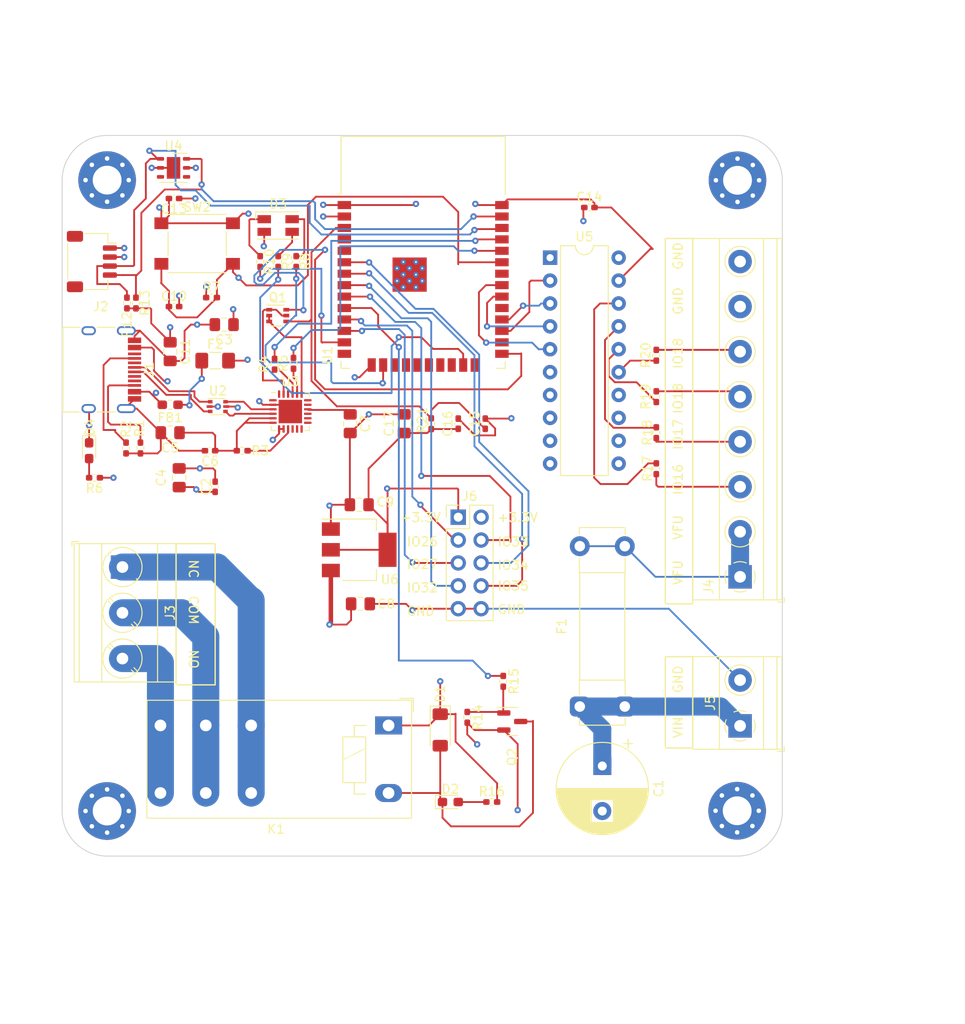
<source format=kicad_pcb>
(kicad_pcb (version 20221018) (generator pcbnew)
  (layers (0 "F.Cu" signal) (1 "In1.Cu" signal) (2 "In2.Cu" signal) (31 "B.Cu" signal) (34 "B.Paste" user) (35 "F.Paste" user) (36 "B.SilkS" user "B.Silkscreen") (37 "F.SilkS" user "F.Silkscreen") (38 "B.Mask" user) (39 "F.Mask" user) (44 "Edge.Cuts" user))
  (net 0 "")
  (net 1 "Net-(J5-Pin_1)")
  (net 2 "GND")
  (net 3 "+5V")
  (net 4 "+3.3VA")
  (net 5 "Net-(U3-VPP)")
  (net 6 "+3.3V")
  (net 7 "/SW")
  (net 8 "/EN")
  (net 9 "Net-(D1-A)")
  (net 10 "Net-(D2-A)")
  (net 11 "Net-(D3-RK)")
  (net 12 "Net-(D3-GK)")
  (net 13 "Net-(D3-BK)")
  (net 14 "Net-(D4-A)")
  (net 15 "Net-(J4-Pin_1)")
  (net 16 "Net-(F2-Pad1)")
  (net 17 "+5VP")
  (net 18 "Net-(J1-CC1)")
  (net 19 "Net-(J1-D+-PadA6)")
  (net 20 "Net-(J1-D--PadA7)")
  (net 22 "Net-(J1-CC2)")
  (net 24 "/SDA")
  (net 25 "/SCL")
  (net 26 "Net-(J3-Pin_1)")
  (net 27 "Net-(J3-Pin_2)")
  (net 28 "Net-(J3-Pin_3)")
  (net 29 "Net-(J4-Pin_3)")
  (net 30 "Net-(J4-Pin_4)")
  (net 31 "Net-(J4-Pin_5)")
  (net 32 "Net-(J4-Pin_6)")
  (net 33 "/GPIO26")
  (net 34 "/GPIO33")
  (net 35 "/GPIO27")
  (net 36 "/GPIO34")
  (net 37 "/GPIO32")
  (net 38 "/GPIO35")
  (net 39 "/DTR")
  (net 40 "/RTS")
  (net 41 "/IO0")
  (net 42 "Net-(Q2-B)")
  (net 43 "Net-(U3-~{RST})")
  (net 44 "Net-(U3-TXD)")
  (net 45 "/RX")
  (net 46 "Net-(U3-RXD)")
  (net 47 "/TX")
  (net 48 "/LED_R")
  (net 49 "/LED_G")
  (net 50 "/LED_B")
  (net 51 "/Relay")
  (net 52 "Net-(U5-B0)")
  (net 53 "Net-(U5-B1)")
  (net 54 "Net-(U5-B2)")
  (net 55 "Net-(U5-B3)")
  (net 67 "/LEDSTRIP1")
  (net 68 "/LEDSTRIP2")
  (net 70 "/LEDSTRIP3")
  (net 71 "/LEDSTRIP4")
  (net 73 "Net-(U3-D+)")
  (net 74 "Net-(U3-D-)")
  (footprint "Resistor_SMD:R_0402_1005Metric_Pad0.72x0.64mm_HandSolder" (layer "F.Cu") (at 90 51 90)
    (fp_text reference "R8")
    (fp_text value "1k")
  )
  (footprint "Resistor_SMD:R_0402_1005Metric_Pad0.72x0.64mm_HandSolder" (layer "F.Cu") (at 80.5975 55)
    (fp_text reference "R7")
    (fp_text value "10k")
  )
  (footprint "Resistor_SMD:R_0402_1005Metric_Pad0.72x0.64mm_HandSolder" (layer "F.Cu") (at 87.6 62.4 90)
    (fp_text reference "R4")
    (fp_text value "22R")
  )
  (footprint "LED_SMD:LED_RGB_Wuerth-PLCC4_3.2x2.8mm_150141M173100" (layer "F.Cu") (at 88 47)
    (fp_text reference "D3")
    (fp_text value "LED_RGBA")
  )
  (footprint "TerminalBlock_Phoenix:TerminalBlock_Phoenix_MKDS-1,5-2-5.08_1x02_P5.08mm_Horizontal" (layer "F.Cu") (at 139.305 102.545 90)
    (fp_text reference "J5")
    (fp_text value "Screw_Terminal_01x02")
  )
  (footprint "Capacitor_SMD:C_0805_2012Metric_Pad1.18x1.45mm_HandSolder" (layer "F.Cu") (at 76 61 -90)
    (fp_text reference "C11")
    (fp_text value "22u")
  )
  (footprint "RF_Module:ESP32-WROOM-32D" (layer "F.Cu") (at 104.1 52.98)
    (fp_text reference "U1")
    (fp_text value "ESP32-WROOM-32D")
  )
  (footprint "Resistor_SMD:R_0402_1005Metric_Pad0.72x0.64mm_HandSolder" (layer "F.Cu") (at 130 70 -90)
    (fp_text reference "R18")
    (fp_text value "22R")
  )
  (footprint "Capacitor_SMD:C_0402_1005Metric_Pad0.74x0.62mm_HandSolder" (layer "F.Cu") (at 76.4325 44 180)
    (fp_text reference "C13")
    (fp_text value "100n")
  )
  (footprint "Capacitor_SMD:C_0805_2012Metric_Pad1.18x1.45mm_HandSolder" (layer "F.Cu") (at 77 75 -90)
    (fp_text reference "C4")
    (fp_text value "22u")
  )
  (footprint "Button_Switch_SMD:SW_Push_1P1T_NO_6x6mm_H9.5mm" (layer "F.Cu") (at 79 49)
    (fp_text reference "SW2")
    (fp_text value "SW_SPST")
  )
  (footprint "Package_DIP:DIP-20_W7.62mm" (layer "F.Cu") (at 118.2 50.575)
    (fp_text reference "U5")
    (fp_text value "74AHCT245")
  )
  (footprint "Capacitor_SMD:C_0402_1005Metric_Pad0.74x0.62mm_HandSolder" (layer "F.Cu") (at 122.5675 45)
    (fp_text reference "C14")
    (fp_text value "100n")
  )
  (footprint "Package_TO_SOT_SMD:SOT-23" (layer "F.Cu") (at 114 102.0625)
    (fp_text reference "Q2")
    (fp_text value "BC817")
  )
  (footprint "Fuse:Fuse_1206_3216Metric_Pad1.42x1.75mm_HandSolder" (layer "F.Cu") (at 81 62)
    (fp_text reference "F2")
    (fp_text value "Polyfuse")
  )
  (footprint "Resistor_SMD:R_0402_1005Metric_Pad0.72x0.64mm_HandSolder" (layer "F.Cu") (at 71.2 55.6 90)
    (fp_text reference "R12")
    (fp_text value "4k7")
  )
  (footprint "MountingHole:MountingHole_3.2mm_M3_Pad_Via" (layer "F.Cu") (at 69 41.96)
    (fp_text reference "H1" hide)
    (fp_text value "Hole_Pad" hide)
  )
  (footprint "LED_SMD:LED_0603_1608Metric_Pad1.05x0.95mm_HandSolder" (layer "F.Cu") (at 67 72 -90)
    (fp_text reference "D4")
    (fp_text value "LED")
  )
  (footprint "Package_DFN_QFN:DFN-6-1EP_3x3mm_P1mm_EP1.5x2.4mm" (layer "F.Cu") (at 76.375 40.6)
    (fp_text reference "U4")
    (fp_text value "Si7021-A20")
  )
  (footprint "Resistor_SMD:R_0402_1005Metric_Pad0.72x0.64mm_HandSolder" (layer "F.Cu") (at 130 74 -90)
    (fp_text reference "R17")
    (fp_text value "22R")
  )
  (footprint "MountingHole:MountingHole_3.2mm_M3_Pad_Via" (layer "F.Cu") (at 139.02 41.98)
    (fp_text reference "H2" hide)
    (fp_text value "Hole_Pad")
  )
  (footprint "Inductor_SMD:L_0603_1608Metric_Pad1.05x0.95mm_HandSolder" (layer "F.Cu") (at 76 66.9 180)
    (fp_text reference "FB1")
    (fp_text value "FerriteBead_Small")
  )
  (footprint "LED_SMD:LED_0603_1608Metric_Pad1.05x0.95mm_HandSolder" (layer "F.Cu") (at 107.125 111)
    (fp_text reference "D2")
    (fp_text value "YELLOW")
  )
  (footprint "Resistor_SMD:R_0402_1005Metric_Pad0.72x0.64mm_HandSolder" (layer "F.Cu") (at 72.2 55.6 90)
    (fp_text reference "R13")
    (fp_text value "4k7")
  )
  (footprint "Capacitor_SMD:C_0402_1005Metric_Pad0.74x0.62mm_HandSolder" (layer "F.Cu") (at 111 69 90)
    (fp_text reference "C15")
    (fp_text value "100n")
  )
  (footprint "Resistor_SMD:R_0402_1005Metric_Pad0.72x0.64mm_HandSolder" (layer "F.Cu") (at 88 51 90)
    (fp_text reference "R9")
    (fp_text value "1k")
  )
  (footprint "Resistor_SMD:R_0402_1005Metric_Pad0.72x0.64mm_HandSolder" (layer "F.Cu") (at 84 72)
    (fp_text reference "R3")
    (fp_text value "10k")
  )
  (footprint "Connector_USB:USB_C_Receptacle_HRO_TYPE-C-31-M-12" (layer "F.Cu") (at 68 63 -90)
    (fp_text reference "J1")
    (fp_text value "USB_C_Receptacle_USB2.0")
  )
  (footprint "Connector_JST:JST_SH_SM04B-SRSS-TB_1x04-1MP_P1.00mm_Horizontal" (layer "F.Cu") (at 67.3 51 -90)
    (fp_text reference "J2")
    (fp_text value "Conn_01x04_Pin")
  )
  (footprint "Resistor_SMD:R_0402_1005Metric_Pad0.72x0.64mm_HandSolder" (layer "F.Cu") (at 89.7 62.3 90)
    (fp_text reference "R5")
    (fp_text value "22R")
  )
  (footprint "Relay_THT:Relay_SPDT_Schrack-RT1-16A-FormC_RM5mm" (layer "F.Cu") (at 100.26 102.5 180)
    (fp_text reference "K1")
    (fp_text value "RT314A05")
  )
  (footprint "Capacitor_SMD:C_0805_2012Metric_Pad1.18x1.45mm_HandSolder" (layer "F.Cu") (at 76 70 180)
    (fp_text reference "C5")
    (fp_text value "22u")
  )
  (footprint "Resistor_SMD:R_0402_1005Metric_Pad0.72x0.64mm_HandSolder" (layer "F.Cu") (at 130 66 90)
    (fp_text reference "R19")
    (fp_text value "22R")
  )
  (footprint "Package_TO_SOT_SMD:SOT-223-3_TabPin2" (layer "F.Cu") (at 97 83)
    (fp_text reference "U6")
    (fp_text value "LM1117MP-3.3")
  )
  (footprint "Resistor_SMD:R_0402_1005Metric_Pad0.72x0.64mm_HandSolder" (layer "F.Cu") (at 113 97.5975 -90)
    (fp_text reference "R15")
    (fp_text value "1k")
  )
  (footprint "Package_DFN_QFN:QFN-24-1EP_4x4mm_P0.5mm_EP2.6x2.6mm" (layer "F.Cu") (at 89.35 67.65)
    (fp_text reference "U3")
    (fp_text value "CP2104")
  )
  (footprint "Diode_SMD:D_MiniMELF" (layer "F.Cu") (at 106 103 -90)
    (fp_text reference "D1")
    (fp_text value "LL4148")
  )
  (footprint "MountingHole:MountingHole_3.2mm_M3_Pad_Via" (layer "F.Cu") (at 138.98 111.97)
    (fp_text reference "H3" hide)
    (fp_text value "Hole_Pad")
  )
  (footprint "MountingHole:MountingHole_3.2mm_M3_Pad_Via" (layer "F.Cu") (at 69 112)
    (fp_text reference "H4" hide)
    (fp_text value "Hole_Pad")
  )
  (footprint "Package_TO_SOT_SMD:SOT-666" (layer "F.Cu") (at 81.3 67.1)
    (fp_text reference "U2")
    (fp_text value "USBLC6-2P6" hide)
  )
  (footprint "Capacitor_SMD:C_0805_2012Metric_Pad1.18x1.45mm_HandSolder" (layer "F.Cu") (at 102 69 90)
    (fp_text reference "C17")
    (fp_text value "22u")
  )
  (footprint "Capacitor_SMD:C_0805_2012Metric_Pad1.18x1.45mm_HandSolder" (layer "F.Cu") (at 96 69 -90)
    (fp_text reference "C7")
    (fp_text value "4u7")
  )
  (footprint "Connector_PinHeader_2.54mm:PinHeader_2x05_P2.54mm_Vertical" (layer "F.Cu") (at 108 79.38)
    (fp_text reference "J6")
    (fp_text value "Conn_02x05_Odd_Even")
  )
  (footprint "Resistor_SMD:R_0402_1005Metric_Pad0.72x0.64mm_HandSolder" (layer "F.Cu") (at 71.1 71.7 -90)
    (fp_text reference "R2")
    (fp_text value "5K1")
  )
  (footprint "Capacitor_SMD:C_0402_1005Metric_Pad0.74x0.62mm_HandSolder" (layer "F.Cu") (at 76.4325 56)
    (fp_text reference "C10")
    (fp_text value "100n")
  )
  (footprint "Capacitor_SMD:C_0805_2012Metric_Pad1.18x1.45mm_HandSolder" (layer "F.Cu") (at 97 78 180)
    (fp_text reference "C9")
    (fp_text value "22u")
  )
  (footprint "Resistor_SMD:R_0402_1005Metric_Pad0.72x0.64mm_HandSolder" (layer "F.Cu") (at 72.7 71.7 -90)
    (fp_text reference "R1")
    (fp_text value "5K1")
  )
  (footprint "Resistor_SMD:R_0402_1005Metric_Pad0.72x0.64mm_HandSolder" (layer "F.Cu") (at 111.7225 111)
    (fp_text reference "R16")
    (fp_text value "1k")
  )
  (footprint "Package_TO_SOT_SMD:SOT-363_SC-70-6" (layer "F.Cu") (at 87.95 57)
    (fp_text reference "Q1")
    (fp_text value "UMH3N")
  )
  (footprint "TerminalBlock_Phoenix:TerminalBlock_Phoenix_MKDS-1,5-8_1x08_P5.00mm_Horizontal" (layer "F.Cu") (at 139.305 86 90)
    (fp_text reference "J4")
    (fp_text value "Screw_Terminal_01x08")
  )
  (footprint "TerminalBlock_Phoenix:TerminalBlock_Phoenix_MKDS-3-3-5.08_1x03_P5.08mm_Horizontal" (layer "F.Cu") (at 70.7 84.915 -90)
    (fp_text reference "J3")
    (fp_text value "Screw_Terminal_01x03")
  )
  (footprint "Resistor_SMD:R_0402_1005Metric_Pad0.72x0.64mm_HandSolder" (layer "F.Cu") (at 130 61.4025 90)
    (fp_text reference "R20")
    (fp_text value "22R")
  )
  (footprint "Capacitor_SMD:C_0402_1005Metric_Pad0.74x0.62mm_HandSolder" (layer "F.Cu") (at 81 76 -90)
    (fp_text reference "C2")
    (fp_text value "100n")
  )
  (footprint "Resistor_SMD:R_0402_1005Metric_Pad0.72x0.64mm_HandSolder" (layer "F.Cu") (at 105 69 90)
    (fp_text reference "R21")
    (fp_text value "10k")
  )
  (footprint "Resistor_SMD:R_0402_1005Metric_Pad0.72x0.64mm_HandSolder" (layer "F.Cu") (at 67.5975 75 180)
    (fp_text reference "R6")
    (fp_text value "1k")
  )
  (footprint "Capacitor_THT:CP_Radial_D10.0mm_P5.00mm" (layer "F.Cu") (at 124 107 -90)
    (fp_text reference "C1")
    (fp_text value "1000u/25v")
  )
  (footprint "Capacitor_SMD:C_0805_2012Metric_Pad1.18x1.45mm_HandSolder" (layer "F.Cu") (at 82 58 180)
    (fp_text reference "C3")
    (fp_text value "4u7" hide)
  )
  (footprint "Capacitor_SMD:C_0402_1005Metric_Pad0.74x0.62mm_HandSolder" (layer "F.Cu") (at 80.4325 72 180)
    (fp_text reference "C6")
    (fp_text value "100n")
  )
  (footprint "Resistor_SMD:R_0402_1005Metric_Pad0.72x0.64mm_HandSolder" (layer "F.Cu") (at 86 51 90)
    (fp_text reference "R10")
    (fp_text value "1k")
  )
  (footprint "Capacitor_SMD:C_0402_1005Metric_Pad0.74x0.62mm_HandSolder" (layer "F.Cu") (at 108 69 90)
    (fp_text reference "C16")
    (fp_text value "100n")
  )
  (footprint "Resistor_SMD:R_0402_1005Metric_Pad0.72x0.64mm_HandSolder" (layer "F.Cu") (at 109 101.5975 -90)
    (fp_text reference "R14")
    (fp_text value "10k")
  )
  (footprint "Capacitor_SMD:C_0805_2012Metric_Pad1.18x1.45mm_HandSolder" (layer "F.Cu") (at 97.1375 89)
    (fp_text reference "C8")
    (fp_text value "22u")
  )
  (footprint "Fuse:Fuseholder_Clip-5x20mm_Bel_FC-203-22_Lateral_P17.80x5.00mm_D1.17mm_Horizontal" (layer "F.Cu") (at 121.5 100.4 90)
    (fp_text reference "F1")
    (fp_text value "10A Fuse")
  )
  (gr_rect (start 131 94.865) (end 134.044 105) (stroke (width 0.15)) (fill none) (layer "F.SilkS"))
  (gr_rect (start 76.66 82.315) (end 81 97.995) (stroke (width 0.15)) (fill none) (layer "F.SilkS"))
  (gr_rect (start 131 48.44) (end 134.044 89) (stroke (width 0.15)) (fill none) (layer "F.SilkS"))
  (gr_line (start 69 117) (end 139 117) (stroke (width 0.1)) (layer "Edge.Cuts"))
  (gr_line (start 139 37) (end 69 37) (stroke (width 0.1)) (layer "Edge.Cuts"))
  (gr_line (start 144 112) (end 144 42) (stroke (width 0.1)) (layer "Edge.Cuts"))
  (gr_arc (start 139 37) (mid 142.535534 38.464466) (end 144 42) (stroke (width 0.1)) (layer "Edge.Cuts"))
  (gr_arc (start 69 117) (mid 65.464466 115.535534) (end 64 112) (stroke (width 0.1)) (layer "Edge.Cuts"))
  (gr_arc (start 144 112) (mid 142.535534 115.535534) (end 139 117) (stroke (width 0.1)) (layer "Edge.Cuts"))
  (gr_line (start 64 42) (end 64 112) (stroke (width 0.1)) (layer "Edge.Cuts"))
  (gr_arc (start 64 42) (mid 65.464466 38.464466) (end 69 37) (stroke (width 0.1)) (layer "Edge.Cuts"))
  (gr_text "VFU" (at 133 87 90) (layer "F.SilkS") (effects (font (size 1 1)) (justify left bottom)))
  (gr_text "+3.3V\n" (at 112.260715 80) (layer "F.SilkS") (effects (font (size 1 1)) (justify left bottom)))
  (gr_text "IO16" (at 133 77 90) (layer "F.SilkS") (effects (font (size 1 1)) (justify left bottom)))
  (gr_text "COM" (at 78 87.995 270) (layer "F.SilkS") (effects (font (size 1 1)) (justify left bottom)))
  (gr_text "IO35" (at 114.1 87.6) (layer "F.SilkS") (effects (font (size 1 1)) (justify bottom)))
  (gr_text "IO32" (at 102.2 87.8) (layer "F.SilkS") (effects (font (size 1 1)) (justify left bottom)))
  (gr_text "GND" (at 133 57 90) (layer "F.SilkS") (effects (font (size 1 1)) (justify left bottom)))
  (gr_text "VIN" (at 133 104 90) (layer "F.SilkS") (effects (font (size 1 1)) (justify left bottom)))
  (gr_text "IO34" (at 114.1 85.3) (layer "F.SilkS") (effects (font (size 1 1)) (justify bottom)))
  (gr_text "IO26\n\n" (at 102.2 84.3) (layer "F.SilkS") (effects (font (size 1 1)) (justify left bottom)))
  (gr_text "GND" (at 133 52 90) (layer "F.SilkS") (effects (font (size 1 1)) (justify left bottom)))
  (gr_text "+3.3V\n" (at 101.47619 80) (layer "F.SilkS") (effects (font (size 1 1)) (justify left bottom)))
  (gr_text "GND" (at 113.909524 90.2) (layer "F.SilkS") (effects (font (size 1 1)) (justify bottom)))
  (gr_text "GND" (at 133 99 90) (layer "F.SilkS") (effects (font (size 1 1)) (justify left bottom)))
  (gr_text "VFU" (at 133 82 90) (layer "F.SilkS") (effects (font (size 1 1)) (justify left bottom)))
  (gr_text "IO18" (at 133 68 90) (layer "F.SilkS") (effects (font (size 1 1)) (justify left bottom)))
  (gr_text "IO17" (at 133 72 90) (layer "F.SilkS") (effects (font (size 1 1)) (justify left bottom)))
  (gr_text "IO33" (at 114.1 82.7) (layer "F.SilkS") (effects (font (size 1 1)) (justify bottom)))
  (gr_text "GND" (at 102.2 90.4) (layer "F.SilkS") (effects (font (size 1 1)) (justify left bottom)))
  (gr_text "IO18" (at 133 63 90) (layer "F.SilkS") (effects (font (size 1 1)) (justify left bottom)))
  (gr_text "NC" (at 78 83.995 -90) (layer "F.SilkS") (effects (font (size 1 1)) (justify left bottom)))
  (gr_text "IO27\n" (at 102.2 85.2) (layer "F.SilkS") (effects (font (size 1 1)) (justify left bottom)))
  (gr_text "NO" (at 78 93.995 270) (layer "F.SilkS") (effects (font (size 1 1)) (justify left bottom)))
  (segment (start 124 102.9) (end 121.5 100.4) (width 2) (layer "B.Cu") (net 1))
  (segment (start 121.5 100.4) (end 126.5 100.4) (width 2) (layer "B.Cu") (net 1))
  (segment (start 137.16 100.4) (end 139.305 102.545) (width 2) (layer "B.Cu") (net 1))
  (segment (start 126.5 100.4) (end 137.16 100.4) (width 2) (layer "B.Cu") (net 1))
  (segment (start 124 107) (end 124 102.9) (width 2) (layer "B.Cu") (net 1))
  (segment (start 95.35 44.73) (end 93.03 44.73) (width 0.2) (layer "F.Cu") (net 2))
  (segment (start 88.6 66.9) (end 87.4125 66.9) (width 0.2) (layer "F.Cu") (net 2))
  (segment (start 122.7 44.1) (end 113.48 44.1) (width 0.2) (layer "F.Cu") (net 2))
  (segment (start 123.135 44.535) (end 122.7 44.1) (width 0.2) (layer "F.Cu") (net 2))
  (segment (start 112.1 70.3) (end 112.1 69.5325) (width 0.2) (layer "F.Cu") (net 2))
  (segment (start 112.1 69.5325) (end 111 68.4325) (width 0.2) (layer "F.Cu") (net 2))
  (segment (start 74.6025 72.2975) (end 71.1 72.2975) (width 0.2) (layer "F.Cu") (net 2))
  (segment (start 71 49.6) (end 70.9 49.5) (width 0.2) (layer "F.Cu") (net 2))
  (segment (start 102 67.9625) (end 98.075 67.9625) (width 0.2) (layer "F.Cu") (net 2))
  (segment (start 74.9625 70) (end 72.2825 67.32) (width 0.2) (layer "F.Cu") (net 2))
  (segment (start 102.9 89.7) (end 102.2 89) (width 0.2) (layer "F.Cu") (net 2))
  (segment (start 123.135 45) (end 123.135 44.535) (width 0.2) (layer "F.Cu") (net 2))
  (segment (start 96.5 63.8505) (end 97.0295 63.8505) (width 0.2) (layer "F.Cu") (net 2))
  (segment (start 97.0295 63.8505) (end 98.39 62.49) (width 0.2) (layer "F.Cu") (net 2))
  (segment (start 72.6425 58.68) (end 71.13 58.68) (width 0.2) (layer "F.Cu") (net 2))
  (segment (start 74.925 40.6) (end 73.9495 40.6) (width 0.2) (layer "F.Cu") (net 2))
  (segment (start 93.85 78.25) (end 93.85 80.7) (width 0.2) (layer "F.Cu") (net 2))
  (segment (start 129.6 49.6) (end 125 45) (width 0.2) (layer "F.Cu") (net 2))
  (segment (start 113.8675 68.4325) (end 113.9 68.4) (width 0.2) (layer "F.Cu") (net 2))
  (segment (start 75.025 45.225) (end 74.8 45) (width 0.2) (layer "F.Cu") (net 2))
  (segment (start 75.865 44) (end 75.865 45.91) (width 0.2) (layer "F.Cu") (net 2))
  (segment (start 77.6 61.7) (end 77.6 58.7) (width 0.2) (layer "F.Cu") (net 2))
  (segment (start 75.025 46.75) (end 82.975 46.75) (width 0.2) (layer "F.Cu") (net 2))
  (segment (start 110.03 44.73) (end 112.85 44.73) (width 0.2) (layer "F.Cu") (net 2))
  (segment (start 80.375 67.1) (end 81.3 67.1) (width 0.2) (layer "F.Cu") (net 2))
  (segment (start 69 49.5) (end 70.9 49.5) (width 0.2) (layer "F.Cu") (net 2))
  (segment (start 81 76.5675) (end 79.1675 76.5675) (width 0.2) (layer "F.Cu") (net 2))
  (segment (start 84.04117 45.68383) (end 82.975 46.75) (width 0.2) (layer "F.Cu") (net 2))
  (segment (start 103.3 44.6) (end 103.17 44.73) (width 0.2) (layer "F.Cu") (net 2))
  (segment (start 86.45 47.7) (end 86.45 49.25) (width 0.2) (layer "F.Cu") (net 2))
  (segment (start 93.7 78.1) (end 93.8 78) (width 0.2) (layer "F.Cu") (net 2))
  (segment (start 77 76.0375) (end 78.6375 76.0375) (width 0.2) (layer "F.Cu") (net 2))
  (segment (start 108 89.54) (end 110.54 89.54) (width 0.2) (layer "F.Cu") (net 2))
  (segment (start 71.13 67.32) (end 71.13 67.165) (width 0.2) (layer "F.Cu") (net 2))
  (segment (start 80.9625 58) (end 79 58) (width 0.2) (layer "F.Cu") (net 2))
  (segment (start 72.045 59.2775) (end 72.6425 58.68) (width 0.2) (layer "F.Cu") (net 2))
  (segment (start 129.335 49.6) (end 129.6 49.6) (width 0.2) (layer "F.Cu") (net 2))
  (segment (start 95.9625 70.075) (end 96 70.0375) (width 0.2) (layer "F.Cu") (net 2))
  (segment (start 95.9625 78) (end 95.9625 70.075) (width 0.2) (layer "F.Cu") (net 2))
  (segment (start 86.45 49.25) (end 86.4 49.3) (width 0.2) (layer "F.Cu") (net 2))
  (segment (start 109 103.5) (end 110.1 104.6) (width 0.2) (layer "F.Cu") (net 2))
  (segment (start 109.8675 70.3) (end 112.1 70.3) (width 0.2) (layer "F.Cu") (net 2))
  (segment (start 75.025 46.75) (end 75.025 45.225) (width 0.2) (layer "F.Cu") (net 2))
  (segment (start 93.8 78) (end 95.9625 78) (width 0.2) (layer "F.Cu") (net 2))
  (segment (start 77.2625 62.0375) (end 77.6 61.7) (width 0.2) (layer "F.Cu") (net 2))
  (segment (start 114.6 104.55) (end 114.6 111.9) (width 0.2) (layer "F.Cu") (net 2))
  (segment (start 74.9625 71.9375) (end 74.6025 72.2975) (width 0.2) (layer "F.Cu") (net 2))
  (segment (start 72.2825 67.32) (end 71.13 67.32) (width 0.2) (layer "F.Cu") (net 2))
  (segment (start 98.075 67.9625) (end 96 70.0375) (width 0.2) (layer "F.Cu") (net 2))
  (segment (start 103.17 44.73) (end 95.35 44.73) (width 0.2) (layer "F.Cu") (net 2))
  (segment (start 72.045 59.75) (end 72.045 59.2775) (width 0.2) (layer "F.Cu") (net 2))
  (segment (start 76 62.0375) (end 77.2625 62.0375) (width 0.2) (layer "F.Cu") (net 2))
  (segment (start 89.35 67.65) (end 88.6 66.9) (width 0.2) (layer "F.Cu") (net 2))
  (segment (start 93.7 78.1) (end 93.85 78.25) (width 0.2) (layer "F.Cu") (net 2))
  (segment (start 77.6 58.7) (end 78.3 58) (width 0.2) (layer "F.Cu") (net 2))
  (segment (start 93.03 44.73) (end 93 44.7) (width 0.2) (layer "F.Cu") (net 2))
  (segment (start 102.9 89.7) (end 103.06 89.54) (width 0.2) (layer "F.Cu") (net 2))
  (segment (start 113.0625 103.0125) (end 114.6 104.55) (width 0.2) (layer "F.Cu") (net 2))
  (segment (start 77 56) (end 77 54.8) (width 0.2) (layer "F.Cu") (net 2))
  (segment (start 109.9 44.6) (end 110.03 44.73) (width 0.2) (layer "F.Cu") (net 2))
  (segment (start 86.3 66.9) (end 85.9 66.5) (width 0.2) (layer "F.Cu") (net 2))
  (segment (start 75.865 45.91) (end 75.025 46.75) (width 0.2) (layer "F.Cu") (net 2))
  (segment (start 84.69461 45.68383) (end 84.04117 45.68383) (width 0.2) (layer "F.Cu") (net 2))
  (segment (start 76 62.0375) (end 72.6425 58.68) (width 0.2) (layer "F.Cu") (net 2))
  (segment (start 108 68.4325) (end 109.8675 70.3) (width 0.2) (layer "F.Cu") (net 2))
  (segment (start 78.6375 76.0375) (end 78.9 76.3) (width 0.2) (layer "F.Cu") (net 2))
  (segment (start 67 67.37) (end 66.95 67.32) (width 0.2) (layer "F.Cu") (net 2))
  (segment (start 74.9625 70) (end 74.9625 71.9375) (width 0.2) (layer "F.Cu") (net 2))
  (segment (start 67 71.125) (end 67 67.37) (width 0.2) (layer "F.Cu") (net 2))
  (segment (start 109.8175 103.0125) (end 109 102.195) (width 0.2) (layer "F.Cu") (net 2))
  (segment (start 113.48 44.1) (end 112.85 44.73) (width 0.2) (layer "F.Cu") (net 2))
  (segment (start 111 68.4325) (end 113.8675 68.4325) (width 0.2) (layer "F.Cu") (net 2))
  (segment (start 103.06 89.54) (end 108 89.54) (width 0.2) (layer "F.Cu") (net 2))
  (segment (start 76.9625 72) (end 74.9625 70) (width 0.2) (layer "F.Cu") (net 2))
  (segment (start 78.3 58) (end 79 58) (width 0.2) (layer "F.Cu") (net 2))
  (segment (start 71.13 67.165) (end 72.045 66.25) (width 0.2) (layer "F.Cu") (net 2))
  (segment (start 74.925 40.6) (end 76.375 40.6) (width 0.2) (layer "F.Cu") (net 2))
  (segment (start 125 45) (end 123.135 45) (width 0.2) (layer "F.Cu") (net 2))
  (segment (start 79.865 72) (end 76.9625 72) (width 0.2) (layer "F.Cu") (net 2))
  (segment (start 79.1675 76.5675) (end 78.9 76.3) (width 0.2) (layer "F.Cu") (net 2))
  (segment (start 102.2 89) (end 98.175 89) (width 0.2) (layer "F.Cu") (net 2))
  (segment (start 109 102.195) (end 109 103.5) (width 0.2) (layer "F.Cu") (net 2))
  (segment (start 87.4125 66.9) (end 86.3 66.9) (width 0.2) (layer "F.Cu") (net 2))
  (segment (start 125.82 53.115) (end 129.335 49.6) (width 0.2) (layer "F.Cu") (net 2))
  (segment (start 113.0625 103.0125) (end 109.8175 103.0125) (width 0.2) (layer "F.Cu") (net 2))
  (via (at 84.69461 45.68383) (size 0.7) (drill 0.3) (layers "F.Cu" "B.Cu") (net 2))
  (via (at 74.8 45) (size 0.7) (drill 0.3) (layers "F.Cu" "B.Cu") (net 2))
  (via (at 93 44.7) (size 0.7) (drill 0.3) (layers "F.Cu" "B.Cu") (net 2))
  (via (at 93.7 78.1) (size 0.7) (drill 0.3) (layers "F.Cu" "B.Cu") (net 2))
  (via (at 85.9 66.5) (size 0.7) (drill 0.3) (layers "F.Cu" "B.Cu") (net 2))
  (via (at 96.5 63.8505) (size 0.7) (drill 0.3) (layers "F.Cu" "B.Cu") (net 2))
  (via (at 110.1 104.6) (size 0.7) (drill 0.3) (layers "F.Cu" "B.Cu") (net 2))
  (via (at 114.6 111.9) (size 0.7) (drill 0.3) (layers "F.Cu" "B.Cu") (net 2))
  (via (at 70.9 49.5) (size 0.7) (drill 0.3) (layers "F.Cu" "B.Cu") (net 2))
  (via (at 73.9495 40.6) (size 0.7) (drill 0.3) (layers "F.Cu" "B.Cu") (net 2))
  (via (at 67 69.2) (size 0.7) (drill 0.3) (layers "F.Cu" "B.Cu") (net 2))
  (via (at 103.3 44.6) (size 0.7) (drill 0.3) (layers "F.Cu" "B.Cu") (net 2))
  (via (at 102.9 89.7) (size 0.7) (drill 0.3) (layers "F.Cu" "B.Cu") (net 2))
  (via (at 81.3 67.1) (size 0.7) (drill 0.3) (layers "F.Cu" "B.Cu") (net 2))
  (via (at 109.9 44.6) (size 0.7) (drill 0.3) (layers "F.Cu" "B.Cu") (net 2))
  (via (at 77 54.8) (size 0.7) (drill 0.3) (layers "F.Cu" "B.Cu") (net 2))
  (via (at 79 58) (size 0.7) (drill 0.3) (layers "F.Cu" "B.Cu") (net 2))
  (via (at 98.075 67.9625) (size 0.7) (drill 0.3) (layers "F.Cu" "B.Cu") (net 2))
  (via (at 78.9 76.3) (size 0.7) (drill 0.3) (layers "F.Cu" "B.Cu") (net 2))
  (via (at 86.4 49.3) (size 0.7) (drill 0.3) (layers "F.Cu" "B.Cu") (net 2))
  (via (at 113.9 68.4) (size 0.7) (drill 0.3) (layers "F.Cu" "B.Cu") (net 2))
  (segment (start 139.305 97.465) (end 131.38 89.54) (width 0.2) (layer "B.Cu") (net 2))
  (segment (start 131.38 89.54) (end 110.54 89.54) (width 0.2) (layer "B.Cu") (net 2))
  (segment (start 84.5 62) (end 82.4875 62) (width 0.2) (layer "F.Cu") (net 3))
  (segment (start 80.7625 73.9625) (end 81 74.2) (width 0.2) (layer "F.Cu") (net 3))
  (segment (start 95.6 91.3) (end 96.1 90.8) (width 0.2) (layer "F.Cu") (net 3))
  (segment (start 77 73.9625) (end 79.3 73.9625) (width 0.2) (layer "F.Cu") (net 3))
  (segment (start 88.6 69.5875) (end 88.1 69.5875) (width 0.2) (layer "F.Cu") (net 3))
  (segment (start 112.32 108.92) (end 107.7 104.3) (width 0.2) (layer "F.Cu") (net 3))
  (segment (start 93.7 91.3) (end 93.85 91.15) (width 0.2) (layer "F.Cu") (net 3))
  (segment (start 107.65 101.25) (end 106 101.25) (width 0.2) (layer "F.Cu") (net 3))
  (segment (start 79.3 73.9625) (end 80.7625 73.9625) (width 0.2) (layer "F.Cu") (net 3))
  (segment (start 83.0375 56.3375) (end 83 56.3) (width 0.2) (layer "F.Cu") (net 3))
  (segment (start 88.1 70.1) (end 87.4 70.8) (width 0.2) (layer "F.Cu") (net 3))
  (segment (start 93.7 91.3) (end 95.6 91.3) (width 0.2) (layer "F.Cu") (net 3))
  (segment (start 121.9 45.1) (end 122 45) (width 0.2) (layer "F.Cu") (net 3))
  (segment (start 82.225 67.1) (end 83.388 67.1) (width 0.2) (layer "F.Cu") (net 3))
  (segment (start 87.4 70.8) (end 87.397927 70.797927) (width 0.2) (layer "F.Cu") (net 3))
  (segment (start 112.32 111) (end 112.32 108.92) (width 0.2) (layer "F.Cu") (net 3))
  (segment (start 96.1 90.8) (end 96.1 89) (width 0.2) (layer "F.Cu") (net 3))
  (segment (start 107.7 101.2) (end 107.65 101.25) (width 0.2) (layer "F.Cu") (net 3))
  (segment (start 83.388 67.1) (end 83.5 67.212) (width 0.2) (layer "F.Cu") (net 3))
  (segment (start 100.26 102.5) (end 104.75 102.5) (width 0.2) (layer "F.Cu") (net 3))
  (segment (start 106 101.25) (end 106 97.6) (width 0.2) (layer "F.Cu") (net 3))
  (segment (start 83.0375 58) (end 83.0375 56.3375) (width 0.2) (layer "F.Cu") (net 3))
  (segment (start 84.6 61.9) (end 84.5 62) (width 0.2) (layer "F.Cu") (net 3))
  (segment (start 104.75 102.5) (end 106 101.25) (width 0.2) (layer "F.Cu") (net 3))
  (segment (start 81 74.2) (end 81 75.4325) (width 0.2) (layer "F.Cu") (net 3))
  (segment (start 107.7 104.3) (end 107.7 101.2) (width 0.2) (layer "F.Cu") (net 3))
  (segment (start 88.1 69.5875) (end 88.1 70.1) (width 0.2) (layer "F.Cu") (net 3))
  (segment (start 93.85 91.15) (end 93.85 85.3) (width 0.5) (layer "F.Cu") (net 3))
  (segment (start 121.9 46.5) (end 121.9 45.1) (width 0.2) (layer "F.Cu") (net 3))
  (via (at 83 56.3) (size 0.7) (drill 0.3) (layers "F.Cu" "B.Cu") (net 3))
  (via (at 93.7 91.3) (size 0.7) (drill 0.3) (layers "F.Cu" "B.Cu") (net 3))
  (via (at 83.5 67.212) (size 0.7) (drill 0.3) (layers "F.Cu" "B.Cu") (net 3))
  (via (at 79.3 73.9625) (size 0.7) (drill 0.3) (layers "F.Cu" "B.Cu") (net 3))
  (via (at 121.9 46.5) (size 0.7) (drill 0.3) (layers "F.Cu" "B.Cu") (net 3))
  (via (at 87.397927 70.797927) (size 0.7) (drill 0.3) (layers "F.Cu" "B.Cu") (net 3))
  (via (at 84.6 61.9) (size 0.7) (drill 0.3) (layers "F.Cu" "B.Cu") (net 3))
  (via (at 106 97.6) (size 0.7) (drill 0.3) (layers "F.Cu" "B.Cu") (net 3))
  (segment (start 81 72) (end 83.4025 72) (width 0.2) (layer "F.Cu") (net 4))
  (segment (start 80.7 70) (end 81 70.3) (width 0.2) (layer "F.Cu") (net 4))
  (segment (start 81 70.3) (end 81 72) (width 0.2) (layer "F.Cu") (net 4))
  (segment (start 87.4125 68.4) (end 84.8 68.4) (width 0.2) (layer "F.Cu") (net 4))
  (segment (start 83.4025 72) (end 83.4025 69.7975) (width 0.2) (layer "F.Cu") (net 4))
  (segment (start 84.8 68.4) (end 84.3 68.9) (width 0.2) (layer "F.Cu") (net 4))
  (segment (start 84.3 68.9) (end 87.4125 68.9) (width 0.2) (layer "F.Cu") (net 4))
  (segment (start 83.4025 69.7975) (end 84.3 68.9) (width 0.2) (layer "F.Cu") (net 4))
  (segment (start 77.0375 70) (end 80.7 70) (width 0.2) (layer "F.Cu") (net 4))
  (segment (start 91.3625 67.475) (end 91.2875 67.4) (width 0.2) (layer "F.Cu") (net 5))
  (segment (start 96 67.9625) (end 95.5125 67.475) (width 0.2) (layer "F.Cu") (net 5))
  (segment (start 95.5125 67.475) (end 91.3625 67.475) (width 0.2) (layer "F.Cu") (net 5))
  (segment (start 98.0375 78) (end 98.0375 74) (width 0.2) (layer "F.Cu") (net 6))
  (segment (start 68.195 75) (end 68.8 75) (width 0.2) (layer "F.Cu") (net 6))
  (segment (start 76 59.9625) (end 76 58.3) (width 0.2) (layer "F.Cu") (net 6))
  (segment (start 73.9 56.3) (end 73.7975 56.1975) (width 0.2) (layer "F.Cu") (net 6))
  (segment (start 104.56 70.0375) (end 105 69.5975) (width 0.2) (layer "F.Cu") (net 6))
  (segment (start 76 59.9625) (end 73.9 57.8625) (width 0.2) (layer "F.Cu") (net 6))
  (segment (start 100.15 76.35) (end 100.1 76.3) (width 0.2) (layer "F.Cu") (net 6))
  (segment (start 69 50.5) (end 70.9 50.5) (width 0.2) (layer "F.Cu") (net 6))
  (segment (start 100.15 83) (end 93.85 83) (width 0.2) (layer "F.Cu") (net 6))
  (segment (start 108 76.3) (end 108 79.38) (width 0.2) (layer "F.Cu") (net 6))
  (segment (start 107.97 69.5975) (end 108 69.5675) (width 0.2) (layer "F.Cu") (net 6))
  (segment (start 100.15 83) (end 100.15 76.35) (width 0.2) (layer "F.Cu") (net 6))
  (segment (start 78.8 44) (end 77 44) (width 0.2) (layer "F.Cu") (net 6))
  (segment (start 72.2 56.1975) (end 71.2 56.1975) (width 0.2) (layer "F.Cu") (net 6))
  (segment (start 102 70.0375) (end 104.56 70.0375) (width 0.2) (layer "F.Cu") (net 6))
  (segment (start 73.7975 56.1975) (end 72.2 56.1975) (width 0.2) (layer "F.Cu") (net 6))
  (segment (start 100.15 80.1125) (end 98.0375 78) (width 0.2) (layer "F.Cu") (net 6))
  (segment (start 100.1 76.2) (end 107.9 76.2) (width 0.2) (layer "F.Cu") (net 6))
  (segment (start 100.15 83) (end 100.15 80.1125) (width 0.2) (layer "F.Cu") (net 6))
  (segment (start 107.9 76.2) (end 108 76.3) (width 0.2) (layer "F.Cu") (net 6))
  (segment (start 68.8 75) (end 69.7 75) (width 0.2) (layer "F.Cu") (net 6))
  (segment (start 77.825 40.6) (end 78.8505 40.6) (width 0.2) (layer "F.Cu") (net 6))
  (segment (start 73.9 57.8625) (end 73.9 56.3) (width 0.2) (layer "F.Cu") (net 6))
  (segment (start 98.0375 74) (end 102 70.0375) (width 0.2) (layer "F.Cu") (net 6))
  (segment (start 80 55) (end 80 53.8) (width 0.2) (layer "F.Cu") (net 6))
  (segment (start 105 69.5975) (end 107.97 69.5975) (width 0.2) (layer "F.Cu") (net 6))
  (segment (start 95.35 46) (end 93 46) (width 0.2) (layer "F.Cu") (net 6))
  (via (at 78.8 44) (size 0.7) (drill 0.3) (layers "F.Cu" "B.Cu") (net 6))
  (via (at 69.7 75) (size 0.7) (drill 0.3) (layers "F.Cu" "B.Cu") (net 6))
  (via (at 100.1 76.2) (size 0.7) (drill 0.3) (layers "F.Cu" "B.Cu") (net 6))
  (via (at 93 46) (size 0.7) (drill 0.3) (layers "F.Cu" "B.Cu") (net 6))
  (via (at 76 58.3) (size 0.7) (drill 0.3) (layers "F.Cu" "B.Cu") (net 6))
  (via (at 70.9 50.5) (size 0.7) (drill 0.3) (layers "F.Cu" "B.Cu") (net 6))
  (via (at 80 53.8) (size 0.7) (drill 0.3) (layers "F.Cu" "B.Cu") (net 6))
  (via (at 78.8505 40.6) (size 0.7) (drill 0.3) (layers "F.Cu" "B.Cu") (net 6))
  (segment (start 91.3 52.519239) (end 90.169239 53.65) (width 0.2) (layer "F.Cu") (net 7))
  (segment (start 78.995 57.2) (end 76.7 57.2) (width 0.2) (layer "F.Cu") (net 7))
  (segment (start 75.865 56.365) (end 75.865 56) (width 0.2) (layer "F.Cu") (net 7))
  (segment (start 75 53.4) (end 75.025 53.375) (width 0.2) (layer "F.Cu") (net 7))
  (segment (start 75.865 54.265) (end 75 53.4) (width 0.2) (layer "F.Cu") (net 7))
  (segment (start 81.195 55) (end 81.195 53.03) (width 0.2) (layer "F.Cu") (net 7))
  (segment (start 112.85 51.08) (end 108.02 51.08) (width 0.2) (layer "F.Cu") (net 7))
  (segment (start 75.025 53.375) (end 75.025 51.25) (width 0.2) (layer "F.Cu") (net 7))
  (segment (start 92.2 43.8) (end 91.3 44.7) (width 0.2) (layer "F.Cu") (net 7))
  (segment (start 75.865 56) (end 75.865 54.265) (width 0.2) (layer "F.Cu") (net 7))
  (segment (start 106.3 43.8) (end 92.2 43.8) (width 0.2) (layer "F.Cu") (net 7))
  (segment (start 81.195 55) (end 78.995 57.2) (width 0.2) (layer "F.Cu") (net 7))
  (segment (start 81.195 53.03) (end 82.975 51.25) (width 0.2) (layer "F.Cu") (net 7))
  (segment (start 76.7 57.2) (end 75.865 56.365) (width 0.2) (layer "F.Cu") (net 7))
  (segment (start 108 51.1) (end 108 45.5) (width 0.2) (layer "F.Cu") (net 7))
  (segment (start 108.02 51.08) (end 108 51.1) (width 0.2) (layer "F.Cu") (net 7))
  (segment (start 84.45 53.65) (end 83.6 52.8) (width 0.2) (layer "F.Cu") (net 7))
  (segment (start 108 51.3) (end 108 51.1) (width 0.2) (layer "F.Cu") (net 7))
  (segment (start 90.169239 53.65) (end 84.45 53.65) (width 0.2) (layer "F.Cu") (net 7))
  (segment (start 108 45.5) (end 106.3 43.8) (width 0.2) (layer "F.Cu") (net 7))
  (segment (start 82.975 52.175) (end 83.6 52.8) (width 0.2) (layer "F.Cu") (net 7))
  (segment (start 91.3 44.7) (end 91.3 52.519239) (width 0.2) (layer "F.Cu") (net 7))
  (segment (start 82.975 51.25) (end 82.975 52.175) (width 0.2) (layer "F.Cu") (net 7))
  (via (at 83.6 52.8) (size 0.7) (drill 0.3) (layers "F.Cu" "B.Cu") (net 7))
  (segment (start 105 68.4025) (end 105 67.5) (width 0.2) (layer "F.Cu") (net 8))
  (segment (start 108.1 66.7) (end 110.9675 69.5675) (width 0.2) (layer "F.Cu") (net 8))
  (segment (start 94.4 47.27) (end 91.7 49.97) (width 0.2) (layer "F.Cu") (net 8))
  (segment (start 91.7 57.4) (end 91.45 57.65) (width 0.2) (layer "F.Cu") (net 8))
  (segment (start 95.35 47.27) (end 94.4 47.27) (width 0.2) (layer "F.Cu") (net 8))
  (segment (start 91.7 49.97) (end 91.7 57.4) (width 0.2) (layer "F.Cu") (net 8))
  (segment (start 110.9675 69.5675) (end 111 69.5675) (width 0.2) (layer "F.Cu") (net 8))
  (segment (start 91.45 57.65) (end 88.9 57.65) (width 0.2) (layer "F.Cu") (net 8))
  (segment (start 105.8 66.7) (end 108.1 66.7) (width 0.2) (layer "F.Cu") (net 8))
  (segment (start 91.7 57.4) (end 91.7 64.2513) (width 0.2) (layer "F.Cu") (net 8))
  (segment (start 103.6725 67.075) (end 105 68.4025) (width 0.2) (layer "F.Cu") (net 8))
  (segment (start 94.5237 67.075) (end 103.6725 67.075) (width 0.2) (layer "F.Cu") (net 8))
  (segment (start 105 67.5) (end 105.8 66.7) (width 0.2) (layer "F.Cu") (net 8))
  (segment (start 91.7 64.2513) (end 94.5237 67.075) (width 0.2) (layer "F.Cu") (net 8))
  (segment (start 116.3 112.2) (end 116.3 102) (width 0.2) (layer "F.Cu") (net 9))
  (segment (start 116.3 102) (end 116.2375 102.0625) (width 0.2) (layer "F.Cu") (net 9))
  (segment (start 106 110.75) (end 106.25 111) (width 0.2) (layer "F.Cu") (net 9))
  (segment (start 106 104.75) (end 105.51 104.75) (width 0.2) (layer "F.Cu") (net 9))
  (segment (start 106 110) (end 106 110.75) (width 0.2) (layer "F.Cu") (net 9))
  (segment (start 107.2 113.7) (end 114.8 113.7) (width 0.2) (layer "F.Cu") (net 9))
  (segment (start 116.2375 102.0625) (end 114.9375 102.0625) (width 0.2) (layer "F.Cu") (net 9))
  (segment (start 100.26 110) (end 106 110) (width 0.2) (layer "F.Cu") (net 9))
  (segment (start 106.25 111) (end 106.25 112.75) (width 0.2) (layer "F.Cu") (net 9))
  (segment (start 106.25 112.75) (end 107.2 113.7) (width 0.2) (layer "F.Cu") (net 9))
  (segment (start 106 104.75) (end 106 110) (width 0.2) (layer "F.Cu") (net 9))
  (segment (start 114.8 113.7) (end 116.3 112.2) (width 0.2) (layer "F.Cu") (net 9))
  (segment (start 108 111) (end 111.125 111) (width 0.2) (layer "F.Cu") (net 10))
  (segment (start 89.55 46.3) (end 90.9 46.3) (width 0.2) (layer "F.Cu") (net 11))
  (segment (start 90.9 50) (end 90.4975 50.4025) (width 0.2) (layer "F.Cu") (net 11))
  (segment (start 90.4975 50.4025) (end 90 50.4025) (width 0.2) (layer "F.Cu") (net 11))
  (segment (start 90.9 46.3) (end 90.9 50) (width 0.2) (layer "F.Cu") (net 11))
  (segment (start 89.55 48.8525) (end 88 50.4025) (width 0.2) (layer "F.Cu") (net 12))
  (segment (start 89.55 47.7) (end 89.55 48.8525) (width 0.2) (layer "F.Cu") (net 12))
  (segment (start 84.9 46.3) (end 86.45 46.3) (width 0.2) (layer "F.Cu") (net 13))
  (segment (start 84.8 46.4) (end 84.9 46.3) (width 0.2) (layer "F.Cu") (net 13))
  (segment (start 86 50.4025) (end 84.8 49.2025) (width 0.2) (layer "F.Cu") (net 13))
  (segment (start 84.8 49.2025) (end 84.8 46.4) (width 0.2) (layer "F.Cu") (net 13))
  (segment (start 67 72.875) (end 67 75) (width 0.2) (layer "F.Cu") (net 14))
  (segment (start 121.5 82.6) (end 126.5 82.6) (width 0.2) (layer "B.Cu") (net 15))
  (segment (start 139.305 86) (end 139.305 81) (width 2) (layer "B.Cu") (net 15))
  (segment (start 129.9 86) (end 139.305 86) (width 0.2) (layer "B.Cu") (net 15))
  (segment (start 126.5 82.6) (end 129.9 86) (width 0.2) (layer "B.Cu") (net 15))
  (segment (start 78.081468 66.9) (end 78.140734 66.959266) (width 0.2) (layer "F.Cu") (net 16))
  (segment (start 79.6 64.1) (end 79.5125 64.0125) (width 0.2) (layer "F.Cu") (net 16))
  (segment (start 79.5125 62) (end 79.5125 64.0125) (width 0.2) (layer "F.Cu") (net 16))
  (segment (start 76.875 66.9) (end 78.081468 66.9) (width 0.2) (layer "F.Cu") (net 16))
  (via (at 78.140734 66.959266) (size 0.7) (drill 0.3) (layers "F.Cu" "B.Cu") (net 16))
  (via (at 79.5125 64.0125) (size 0.7) (drill 0.3) (layers "F.Cu" "B.Cu") (net 16))
  (segment (start 78.140734 65.384266) (end 79.5125 64.0125) (width 0.2) (layer "B.Cu") (net 16))
  (segment (start 78.140734 66.959266) (end 78.140734 65.384266) (width 0.2) (layer "B.Cu") (net 16))
  (segment (start 74.0625 65.8375) (end 75.125 66.9) (width 0.2) (layer "F.Cu") (net 17))
  (segment (start 75 63.934314) (end 75.35642 64.290734) (width 0.2) (layer "F.Cu") (net 17))
  (segment (start 74.198407 63.132721) (end 75 63.934314) (width 0.2) (layer "F.Cu") (net 17))
  (segment (start 73.675 65.45) (end 74.0625 65.8375) (width 0.2) (layer "F.Cu") (net 17))
  (segment (start 72.045 65.45) (end 73.675 65.45) (width 0.2) (layer "F.Cu") (net 17))
  (segment (start 75.35642 64.290734) (end 75.709266 64.290734) (width 0.2) (layer "F.Cu") (net 17))
  (segment (start 74.325734 65.574266) (end 74.0625 65.8375) (width 0.2) (layer "F.Cu") (net 17))
  (segment (start 74.425734 65.574266) (end 74.325734 65.574266) (width 0.2) (layer "F.Cu") (net 17))
  (segment (start 72.045 60.55) (end 73.946814 60.55) (width 0.2) (layer "F.Cu") (net 17))
  (segment (start 73.946814 60.55) (end 74.198407 60.801593) (width 0.2) (layer "F.Cu") (net 17))
  (segment (start 74.198407 60.801593) (end 74.198407 63.132721) (width 0.2) (layer "F.Cu") (net 17))
  (via (at 74.425734 65.574266) (size 0.7) (drill 0.3) (layers "F.Cu" "B.Cu") (net 17))
  (via (at 75.709266 64.290734) (size 0.7) (drill 0.3) (layers "F.Cu" "B.Cu") (net 17))
  (segment (start 68.6 62.5) (end 69.35 61.75) (width 0.2) (layer "F.Cu") (net 18))
  (segment (start 69.9 69.7) (end 68.6 69.7) (width 0.2) (layer "F.Cu") (net 18))
  (segment (start 69.35 61.75) (end 72.045 61.75) (width 0.2) (layer "F.Cu") (net 18))
  (segment (start 68.6 69.7) (end 68.6 62.5) (width 0.2) (layer "F.Cu") (net 18))
  (segment (start 69.9 69.9025) (end 69.9 69.7) (width 0.2) (layer "F.Cu") (net 18))
  (segment (start 71.1 71.1025) (end 69.9 69.9025) (width 0.2) (layer "F.Cu") (net 18))
  (segment (start 72.045 62.75) (end 73.25 62.75) (width 0.2) (layer "F.Cu") (net 19))
  (segment (start 73.25 62.75) (end 75.9 65.4) (width 0.2) (layer "F.Cu") (net 19))
  (segment (start 78.7 66) (end 79.2625 66.5625) (width 0.2) (layer "F.Cu") (net 19))
  (segment (start 79.2625 66.5625) (end 80.45 66.5625) (width 0.2) (layer "F.Cu") (net 19))
  (segment (start 78.7 65.4) (end 78.7 66) (width 0.2) (layer "F.Cu") (net 19))
  (segment (start 75.9 65.4) (end 78.7 65.4) (width 0.2) (layer "F.Cu") (net 19))
  (segment (start 72.045 63.25) (end 73.02 63.25) (width 0.2) (layer "F.Cu") (net 20))
  (segment (start 78.3 65.8) (end 78.3 66.2) (width 0.2) (layer "F.Cu") (net 20))
  (segment (start 73.02 63.25) (end 75.57 65.8) (width 0.2) (layer "F.Cu") (net 20))
  (segment (start 78.3 66.2) (end 79.7375 67.6375) (width 0.2) (layer "F.Cu") (net 20))
  (segment (start 79.7375 67.6375) (end 80.45 67.6375) (width 0.2) (layer "F.Cu") (net 20))
  (segment (start 75.57 65.8) (end 78.3 65.8) (width 0.2) (layer "F.Cu") (net 20))
  (segment (start 69.1 68.8) (end 69.1 64.9) (width 0.2) (layer "F.Cu") (net 22))
  (segment (start 69.4 69.1) (end 69.1 68.8) (width 0.2) (layer "F.Cu") (net 22))
  (segment (start 72.7 71.1025) (end 72.7 69.3) (width 0.2) (layer "F.Cu") (net 22))
  (segment (start 72.7 69.3) (end 72.5 69.1) (width 0.2) (layer "F.Cu") (net 22))
  (segment (start 72.5 69.1) (end 69.4 69.1) (width 0.2) (layer "F.Cu") (net 22))
  (segment (start 69.25 64.75) (end 72.045 64.75) (width 0.2) (layer "F.Cu") (net 22))
  (segment (start 69.1 64.9) (end 69.25 64.75) (width 0.2) (layer "F.Cu") (net 22))
  (segment (start 73.3 44) (end 73.3 40.1) (width 0.2) (layer "F.Cu") (net 24))
  (segment (start 69 51.5) (end 71.9 51.5) (width 0.2) (layer "F.Cu") (net 24))
  (segment (start 67.9 51.5) (end 67.9 53.5) (width 0.2) (layer "F.Cu") (net 24))
  (segment (start 109.9 47.4) (end 112.72 47.4) (width 0.2) (layer "F.Cu") (net 24))
  (segment (start 74.6 39.6) (end 73.7 38.7) (width 0.2) (layer "F.Cu") (net 24))
  (segment (start 71.9 51.5) (end 72 51.4) (width 0.2) (layer "F.Cu") (net 24))
  (segment (start 72 51.4) (end 72 45.3) (width 0.2) (layer "F.Cu") (net 24))
  (segment (start 109.8 47.5) (end 109.9 47.4) (width 0.2) (layer "F.Cu") (net 24))
  (segment (start 112.72 47.4) (end 112.85 47.27) (width 0.2) (layer "F.Cu") (net 24))
  (segment (start 67.9 53.5) (end 70.4 53.5) (width 0.2) (layer "F.Cu") (net 24))
  (segment (start 72 45.3) (end 73.3 44) (width 0.2) (layer "F.Cu") (net 24))
  (segment (start 69.3 51.5) (end 67.9 51.5) (width 0.2) (layer "F.Cu") (net 24))
  (segment (start 70.4 53.5) (end 71.2 54.3) (width 0.2) (layer "F.Cu") (net 24))
  (segment (start 71.2 54.3) (end 71.2 55.0025) (width 0.2) (layer "F.Cu") (net 24))
  (segment (start 74.925 39.6) (end 74.6 39.6) (width 0.2) (layer "F.Cu") (net 24))
  (segment (start 73.3 40.1) (end 73.8 39.6) (width 0.2) (layer "F.Cu") (net 24))
  (segment (start 73.8 39.6) (end 74.925 39.6) (width 0.2) (layer "F.Cu") (net 24))
  (via (at 73.7 38.7) (size 0.7) (drill 0.3) (layers "F.Cu" "B.Cu") (net 24))
  (via (at 109.8 47.5) (size 0.7) (drill 0.3) (layers "F.Cu" "B.Cu") (net 24))
  (segment (start 79.45 43.75) (end 79.45 43.730761) (width 0.2) (layer "B.Cu") (net 24))
  (segment (start 109.3 48) (end 92.8 48) (width 0.2) (layer "B.Cu") (net 24))
  (segment (start 78.819239 43.1) (end 77.2 43.1) (width 0.2) (layer "B.Cu") (net 24))
  (segment (start 77.2 43.1) (end 76.6 42.5) (width 0.2) (layer "B.Cu") (net 24))
  (segment (start 76.6 38.7) (end 73.7 38.7) (width 0.2) (layer "B.Cu") (net 24))
  (segment (start 92.8 48) (end 91.5 46.7) (width 0.2) (layer "B.Cu") (net 24))
  (segment (start 109.8 47.5) (end 109.3 48) (width 0.2) (layer "B.Cu") (net 24))
  (segment (start 91.5 46.7) (end 91.5 44.8) (width 0.2) (layer "B.Cu") (net 24))
  (segment (start 79.45 43.730761) (end 78.819239 43.1) (width 0.2) (layer "B.Cu") (net 24))
  (segment (start 80.5 44.8) (end 79.45 43.75) (width 0.2) (layer "B.Cu") (net 24))
  (segment (start 91.5 44.8) (end 80.5 44.8) (width 0.2) (layer "B.Cu") (net 24))
  (segment (start 76.6 42.5) (end 76.6 38.7) (width 0.2) (layer "B.Cu") (net 24))
  (segment (start 72.8 52) (end 72.8 45.6) (width 0.2) (layer "F.Cu") (net 25))
  (segment (start 79.5 43) (end 79.5 42.458018) (width 0.2) (layer "F.Cu") (net 25))
  (segment (start 79.4 39.6) (end 77.825 39.6) (width 0.2) (layer "F.Cu") (net 25))
  (segment (start 72.3 52.5) (end 72.8 52) (width 0.2) (layer "F.Cu") (net 25))
  (segment (start 70.8 52.5) (end 72.3 52.5) (width 0.2) (layer "F.Cu") (net 25))
  (segment (start 79.5 42.458018) (end 79.492482 42.4505) (width 0.2) (layer "F.Cu") (net 25))
  (segment (start 79.5 39.7) (end 79.4 39.6) (width 0.2) (layer "F.Cu") (net 25))
  (segment (start 72.2 52.6) (end 72.3 52.5) (width 0.2) (layer "F.Cu") (net 25))
  (segment (start 72.2 55.0025) (end 72.2 52.6) (width 0.2) (layer "F.Cu") (net 25))
  (segment (start 109.7 46) (end 112.85 46) (width 0.2) (layer "F.Cu") (net 25))
  (segment (start 79.5 43) (end 79.5 39.7) (width 0.2) (layer "F.Cu") (net 25))
  (segment (start 69 52.5) (end 70.8 52.5) (width 0.2) (layer "F.Cu") (net 25))
  (segment (start 72.8 45.6) (end 75.4 43) (width 0.2) (layer "F.Cu") (net 25))
  (segment (start 75.4 43) (end 79.5 43) (width 0.2) (layer "F.Cu") (net 25))
  (via (at 79.492482 42.4505) (size 0.7) (drill 0.3) (layers "F.Cu" "B.Cu") (net 25))
  (via (at 109.7 46) (size 0.7) (drill 0.3) (layers "F.Cu" "B.Cu") (net 25))
  (segment (start 91.9 44.3) (end 92.1 44.5) (width 0.2) (layer "B.Cu") (net 25))
  (segment (start 92.1 44.5) (end 92.1 46.3) (width 0.2) (layer "B.Cu") (net 25))
  (segment (start 92.1 46.3) (end 93.2 47.4) (width 0.2) (layer "B.Cu") (net 25))
  (segment (start 79.492482 42.963904) (end 80.828578 44.3) (width 0.2) (layer "B.Cu") (net 25))
  (segment (start 79.492482 42.4505) (end 79.492482 42.963904) (width 0.2) (layer "B.Cu") (net 25))
  (segment (start 80.828578 44.3) (end 91.9 44.3) (width 0.2) (layer "B.Cu") (net 25))
  (segment (start 93.2 47.4) (end 108.3 47.4) (width 0.2) (layer "B.Cu") (net 25))
  (segment (start 108.3 47.4) (end 109.7 46) (width 0.2) (layer "B.Cu") (net 25))
  (segment (start 84.9 88.5) (end 85 88.6) (width 0.2) (layer "B.Cu") (net 26))
  (segment (start 85 88.6) (end 85 102.5) (width 3) (layer "B.Cu") (net 26))
  (segment (start 85 110) (end 85 102.5) (width 3) (layer "B.Cu") (net 26))
  (segment (start 70.7 84.915) (end 81.185 84.915) (width 3) (layer "B.Cu") (net 26))
  (segment (start 81.2 84.9) (end 84.8 88.5) (width 3) (layer "B.Cu") (net 26))
  (segment (start 84.8 88.5) (end 84.9 88.5) (width 0.2) (layer "B.Cu") (net 26))
  (segment (start 81.185 84.915) (end 81.2 84.9) (width 0.2) (layer "B.Cu") (net 26))
  (segment (start 79.96 92.66) (end 77.295 89.995) (width 3) (layer "B.Cu") (net 27))
  (segment (start 79.96 110) (end 79.96 102.5) (width 3) (layer "B.Cu") (net 27))
  (segment (start 77.295 89.995) (end 70.7 89.995) (width 3) (layer "B.Cu") (net 27))
  (segment (start 79.96 102.5) (end 79.96 92.66) (width 3) (layer "B.Cu") (net 27))
  (segment (start 74.92 95.52) (end 74.92 102.5) (width 3) (layer "B.Cu") (net 28))
  (segment (start 70.7 95.075) (end 74.475 95.075) (width 3) (layer "B.Cu") (net 28))
  (segment (start 74.92 102.5) (end 74.92 110) (width 3) (layer "B.Cu") (net 28))
  (segment (start 74.475 95.075) (end 74.92 95.52) (width 0.2) (layer "B.Cu") (net 28))
  (segment (start 130 75.8) (end 130.2 76) (width 0.2) (layer "F.Cu") (net 29))
  (segment (start 130 74.5975) (end 130 75.8) (width 0.2) (layer "F.Cu") (net 29))
  (segment (start 130.2 76) (end 139.305 76) (width 0.2) (layer "F.Cu") (net 29))
  (segment (start 130 71) (end 139.305 71) (width 0.2) (layer "F.Cu") (net 30))
  (segment (start 130 70.5975) (end 130 71) (width 0.2) (layer "F.Cu") (net 30))
  (segment (start 138.7075 65.4025) (end 139.305 66) (width 0.2) (layer "F.Cu") (net 31))
  (segment (start 130 65.4025) (end 138.7075 65.4025) (width 0.2) (layer "F.Cu") (net 31))
  (segment (start 130 60.805) (end 139.11 60.805) (width 0.2) (layer "F.Cu") (net 32))
  (segment (start 139.11 60.805) (end 139.305 61) (width 0.2) (layer "F.Cu") (net 32))
  (segment (start 97.03 57.43) (end 95.35 57.43) (width 0.2) (layer "F.Cu") (net 33))
  (segment (start 103.7 78) (end 103.8 78) (width 0.2) (layer "F.Cu") (net 33))
  (segment (start 108 81.92) (end 107.62 81.92) (width 0.2) (layer "F.Cu") (net 33))
  (segment (start 107.62 81.92) (end 103.7 78) (width 0.2) (layer "F.Cu") (net 33))
  (segment (start 97.2 57.6) (end 97.03 57.43) (width 0.2) (layer "F.Cu") (net 33))
  (via (at 97.2 57.6) (size 0.7) (drill 0.3) (layers "F.Cu" "B.Cu") (net 33))
  (via (at 103.8 78) (size 0.7) (drill 0.3) (layers "F.Cu" "B.Cu") (net 33))
  (segment (start 102.9 58.7) (end 102.9 77.1) (width 0.2) (layer "B.Cu") (net 33))
  (segment (start 102.3 58.1) (end 102.9 58.7) (width 0.2) (layer "B.Cu") (net 33))
  (segment (start 97.2 57.6) (end 97.319239 57.719239) (width 0.2) (layer "B.Cu") (net 33))
  (segment (start 97.319239 57.8) (end 97.619239 58.1) (width 0.2) (layer "B.Cu") (net 33))
  (segment (start 97.319239 57.719239) (end 97.319239 57.8) (width 0.2) (layer "B.Cu") (net 33))
  (segment (start 97.619239 58.1) (end 102.3 58.1) (width 0.2) (layer "B.Cu") (net 33))
  (segment (start 102.9 77.1) (end 103.8 78) (width 0.2) (layer "B.Cu") (net 33))
  (segment (start 95.35 54.89) (end 98.19 54.89) (width 0.2) (layer "F.Cu") (net 34))
  (segment (start 103.9 74.8) (end 111.5 74.8) (width 0.2) (layer "F.Cu") (net 34))
  (segment (start 113.62 81.92) (end 110.54 81.92) (width 0.2) (layer "F.Cu") (net 34))
  (segment (start 113.8 77.1) (end 113.8 82.1) (width 0.2) (layer "F.Cu") (net 34))
  (segment (start 111.5 74.8) (end 113.8 77.1) (width 0.2) (layer "F.Cu") (net 34))
  (segment (start 113.8 82.1) (end 113.62 81.92) (width 0.2) (layer "F.Cu") (net 34))
  (segment (start 98.19 54.89) (end 98.2 54.9) (width 0.2) (layer "F.Cu") (net 34))
  (via (at 103.9 74.8) (size 0.7) (drill 0.3) (layers "F.Cu" "B.Cu") (net 34))
  (via (at 98.2 54.9) (size 0.7) (drill 0.3) (layers "F.Cu" "B.Cu") (net 34))
  (segment (start 98.2 54.9) (end 101 57.7) (width 0.2) (layer "B.Cu") (net 34))
  (segment (start 103.9 58.4) (end 103.9 74.8) (width 0.2) (layer "B.Cu") (net 34))
  (segment (start 101 57.7) (end 103.2 57.7) (width 0.2) (layer "B.Cu") (net 34))
  (segment (start 103.2 57.7) (end 103.9 58.4) (width 0.2) (layer "B.Cu") (net 34))
  (segment (start 97.3 58.7) (end 95.35 58.7) (width 0.2) (layer "F.Cu") (net 35))
  (segment (start 102.96 84.46) (end 102.9 84.4) (width 0.2) (layer "F.Cu") (net 35))
  (segment (start 108 84.46) (end 102.96 84.46) (width 0.2) (layer "F.Cu") (net 35))
  (via (at 97.3 58.7) (size 0.7) (drill 0.3) (layers "F.Cu" "B.Cu") (net 35))
  (via (at 102.9 84.4) (size 0.7) (drill 0.3) (layers "F.Cu" "B.Cu") (net 35))
  (segment (start 97.3 58.7) (end 97.5 58.5) (width 0.2) (layer "B.Cu") (net 35))
  (segment (start 102.05 83.55) (end 102.9 84.4) (width 0.2) (layer "B.Cu") (net 35))
  (segment (start 101.419239 58.5) (end 102.05 59.130761) (width 0.2) (layer "B.Cu") (net 35))
  (segment (start 97.5 58.5) (end 101.419239 58.5) (width 0.2) (layer "B.Cu") (net 35))
  (segment (start 102.05 59.130761) (end 102.05 83.55) (width 0.2) (layer "B.Cu") (net 35))
  (segment (start 95.35 51.08) (end 98.08 51.08) (width 0.2) (layer "F.Cu") (net 36))
  (segment (start 98.08 51.08) (end 98.1 51.1) (width 0.2) (layer "F.Cu") (net 36))
  (via (at 98.1 51.1) (size 0.7) (drill 0.3) (layers "F.Cu" "B.Cu") (net 36))
  (segment (start 103.25 56.25) (end 105.25 56.25) (width 0.2) (layer "B.Cu") (net 36))
  (segment (start 110.33 71.03) (end 115.8 76.5) (width 0.2) (layer "B.Cu") (net 36))
  (segment (start 113.84 84.46) (end 110.54 84.46) (width 0.2) (layer "B.Cu") (net 36))
  (segment (start 98.1 51.1) (end 103.25 56.25) (width 0.2) (layer "B.Cu") (net 36))
  (segment (start 110.33 61.33) (end 110.33 71.03) (width 0.2) (layer "B.Cu") (net 36))
  (segment (start 115.8 76.5) (end 115.8 82.5) (width 0.2) (layer "B.Cu") (net 36))
  (segment (start 115.8 82.5) (end 113.84 84.46) (width 0.2) (layer "B.Cu") (net 36))
  (segment (start 105.25 56.25) (end 110.33 61.33) (width 0.2) (layer "B.Cu") (net 36))
  (segment (start 98.02 53.62) (end 95.35 53.62) (width 0.2) (layer "F.Cu") (net 37))
  (segment (start 98.1 53.7) (end 98.02 53.62) (width 0.2) (layer "F.Cu") (net 37))
  (via (at 98.1 53.7) (size 0.7) (drill 0.3) (layers "F.Cu" "B.Cu") (net 37))
  (segment (start 101.7 57.3) (end 98.1 53.7) (width 0.2) (layer "B.Cu") (net 37))
  (segment (start 105.5 87) (end 105 86.5) (width 0.2) (layer "B.Cu") (net 37))
  (segment (start 108 87) (end 105.5 87) (width 0.2) (layer "B.Cu") (net 37))
  (segment (start 105 86.5) (end 105 57.7) (width 0.2) (layer "B.Cu") (net 37))
  (segment (start 104.6 57.3) (end 101.7 57.3) (width 0.2) (layer "B.Cu") (net 37))
  (segment (start 105 57.7) (end 104.6 57.3) (width 0.2) (layer "B.Cu") (net 37))
  (segment (start 115.1 81.8) (end 115.1 86.4) (width 0.2) (layer "F.Cu") (net 38))
  (segment (start 95.35 52.35) (end 98.05 52.35) (width 0.2) (layer "F.Cu") (net 38))
  (segment (start 98.05 52.35) (end 98.1 52.3) (width 0.2) (layer "F.Cu") (net 38))
  (segment (start 115.1 86.4) (end 114.5 87) (width 0.2) (layer "F.Cu") (net 38))
  (segment (start 114.5 87) (end 110.54 87) (width 0.2) (layer "F.Cu") (net 38))
  (via (at 98.1 52.3) (size 0.7) (drill 0.3) (layers "F.Cu" "B.Cu") (net 38))
  (via (at 115.1 81.8) (size 0.7) (drill 0.3) (layers "F.Cu" "B.Cu") (net 38))
  (segment (start 98.1 52.3) (end 102.5 56.7) (width 0.2) (layer "B.Cu") (net 38))
  (segment (start 105.1 56.7) (end 109.8 61.4) (width 0.2) (layer "B.Cu") (net 38))
  (segment (start 109.8 61.4) (end 109.8 71.5) (width 0.2) (layer "B.Cu") (net 38))
  (segment (start 102.5 56.7) (end 105.1 56.7) (width 0.2) (layer "B.Cu") (net 38))
  (segment (start 109.8 71.5) (end 115.1 76.8) (width 0.2) (layer "B.Cu") (net 38))
  (segment (start 115.1 76.8) (end 115.1 81.8) (width 0.2) (layer "B.Cu") (net 38))
  (segment (start 87 56.35) (end 86.475 56.35) (width 0.2) (layer "F.Cu") (net 39))
  (segment (start 88.425 57) (end 88.9 57) (width 0.2) (layer "F.Cu") (net 39))
  (segment (start 86.3 64.2) (end 88.4 64.2) (width 0.2) (layer "F.Cu") (net 39))
  (segment (start 86.3 56.525) (end 86.3 64.2) (width 0.2) (layer "F.Cu") (net 39))
  (segment (start 88.4 64.2) (end 88.6 64.4) (width 0.2) (layer "F.Cu") (net 39))
  (segment (start 87 56.35) (end 87.775 56.35) (width 0.2) (layer "F.Cu") (net 39))
  (segment (start 87.775 56.35) (end 88.425 57) (width 0.2) (layer "F.Cu") (net 39))
  (segment (start 88.6 64.4) (end 88.6 65.7125) (width 0.2) (layer "F.Cu") (net 39))
  (segment (start 86.475 56.35) (end 86.3 56.525) (width 0.2) (layer "F.Cu") (net 39))
  (segment (start 88.75 59.4) (end 90.6 59.4) (width 0.2) (layer "F.Cu") (net 40))
  (segment (start 87 57) (end 87 57.65) (width 0.2) (layer "F.Cu") (net 40))
  (segment (start 90.6 59.4) (end 90.6 65.7125) (width 0.2) (layer "F.Cu") (net 40))
  (segment (start 87 57.65) (end 88.75 59.4) (width 0.2) (layer "F.Cu") (net 40))
  (segment (start 115 63.7) (end 115 61.2) (width 0.2) (layer "F.Cu") (net 41))
  (segment (start 88.9 56.35) (end 90.75 56.35) (width 0.2) (layer "F.Cu") (net 41))
  (segment (start 93.2 65.185614) (end 113.514386 65.185614) (width 0.2) (layer "F.Cu") (net 41))
  (segment (start 115 61.2) (end 114.96 61.24) (width 0.2) (layer "F.Cu") (net 41))
  (segment (start 90.75 56.35) (end 90.8 56.4) (width 0.2) (layer "F.Cu") (net 41))
  (segment (start 93.2 49.7) (end 92.1 50.8) (width 0.2) (layer "F.Cu") (net 41))
  (segment (start 92.1 50.8) (end 92.1 64.085614) (width 0.2) (layer "F.Cu") (net 41))
  (segment (start 113.514386 65.185614) (end 115 63.7) (width 0.2) (layer "F.Cu") (net 41))
  (segment (start 114.96 61.24) (end 112.85 61.24) (width 0.2) (layer "F.Cu") (net 41))
  (segment (start 92.1 64.085614) (end 93.2 65.185614) (width 0.2) (layer "F.Cu") (net 41))
  (via (at 93.2 49.7) (size 0.7) (drill 0.3) (layers "F.Cu" "B.Cu") (net 41))
  (via (at 90.8 56.4) (size 0.7) (drill 0.3) (layers "F.Cu" "B.Cu") (net 41))
  (segment (start 88.2 49.7) (end 93.2 49.7) (width 0.2) (layer "B.Cu") (net 41))
  (segment (start 86.35 53.55) (end 85.65 53.55) (width 0.2) (layer "B.Cu") (net 41))
  (segment (start 87.65 52.25) (end 86.35 53.55) (width 0.2) (layer "B.Cu") (net 41))
  (segment (start 90.8 52.780761) (end 90.269239 52.25) (width 0.2) (layer "B.Cu") (net 41))
  (segment (start 85.65 53.55) (end 85.35 53.25) (width 0.2) (layer "B.Cu") (net 41))
  (segment (start 85.35 52.55) (end 88.2 49.7) (width 0.2) (layer "B.Cu") (net 41))
  (segment (start 90.8 56.4) (end 90.8 52.780761) (width 0.2) (layer "B.Cu") (net 41))
  (segment (start 90.269239 52.25) (end 87.65 52.25) (width 0.2) (layer "B.Cu") (net 41))
  (segment (start 85.35 53.25) (end 85.35 52.55) (width 0.2) (layer "B.Cu") (net 41))
  (segment (start 113 98.195) (end 113 101.05) (width 0.2) (layer "F.Cu") (net 42))
  (segment (start 113 101.05) (end 113.0625 101.1125) (width 0.2) (layer "F.Cu") (net 42))
  (segment (start 109 101) (end 112.95 101) (width 0.2) (layer "F.Cu") (net 42))
  (segment (start 112.95 101) (end 113.0625 101.1125) (width 0.2) (layer "F.Cu") (net 42))
  (segment (start 87.114386 72) (end 89.1 70.014386) (width 0.2) (layer "F.Cu") (net 43))
  (segment (start 84.5975 72) (end 87.114386 72) (width 0.2) (layer "F.Cu") (net 43))
  (segment (start 89.1 70.014386) (end 89.1 69.5875) (width 0.2) (layer "F.Cu") (net 43))
  (segment (start 89.6 64.5) (end 89.6 65.7125) (width 0.2) (layer "F.Cu") (net 44))
  (segment (start 88.0975 62.9975) (end 89.6 64.5) (width 0.2) (layer "F.Cu") (net 44))
  (segment (start 87.6 62.9975) (end 88.0975 62.9975) (width 0.2) (layer "F.Cu") (net 44))
  (segment (start 110.06 48.54) (end 112.85 48.54) (width 0.2) (layer "F.Cu") (net 45))
  (segment (start 109.9 48.7) (end 110.06 48.54) (width 0.2) (layer "F.Cu") (net 45))
  (segment (start 87.6 61.8025) (end 87.6 60.5) (width 0.2) (layer "F.Cu") (net 45))
  (via (at 109.9 48.7) (size 0.7) (drill 0.3) (layers "F.Cu" "B.Cu") (net 45))
  (via (at 87.6 60.5) (size 0.7) (drill 0.3) (layers "F.Cu" "B.Cu") (net 45))
  (segment (start 90.2 57.9) (end 93.9 57.9) (width 0.2) (layer "B.Cu") (net 45))
  (segment (start 87.6 60.5) (end 90.2 57.9) (width 0.2) (layer "B.Cu") (net 45))
  (segment (start 93.9 57.9) (end 93.9 48.7) (width 0.2) (layer "B.Cu") (net 45))
  (segment (start 93.9 48.7) (end 109.9 48.7) (width 0.2) (layer "B.Cu") (net 45))
  (segment (start 89.7 62.8975) (end 89.7 63.9) (width 0.2) (layer "F.Cu") (net 46))
  (segment (start 90.1 64.3) (end 90.1 65.7125) (width 0.2) (layer "F.Cu") (net 46))
  (segment (start 89.7 63.9) (end 90.1 64.3) (width 0.2) (layer "F.Cu") (net 46))
  (segment (start 109.8 49.8) (end 109.81 49.81) (width 0.2) (layer "F.Cu") (net 47))
  (segment (start 89.7 61.7025) (end 89.7 60.6) (width 0.2) (layer "F.Cu") (net 47))
  (segment (start 109.81 49.81) (end 112.85 49.81) (width 0.2) (layer "F.Cu") (net 47))
  (via (at 89.7 60.6) (size 0.7) (drill 0.3) (layers "F.Cu" "B.Cu") (net 47))
  (via (at 109.8 49.8) (size 0.7) (drill 0.3) (layers "F.Cu" "B.Cu") (net 47))
  (segment (start 94.9 49.3) (end 107.5 49.3) (width 0.2) (layer "B.Cu") (net 47))
  (segment (start 108 49.8) (end 109.8 49.8) (width 0.2) (layer "B.Cu") (net 47))
  (segment (start 94.9 58.4) (end 94.9 49.3) (width 0.2) (layer "B.Cu") (net 47))
  (segment (start 89.7 60.6) (end 91.7 58.6) (width 0.2) (layer "B.Cu") (net 47))
  (segment (start 94.7 58.6) (end 94.9 58.4) (width 0.2) (layer "B.Cu") (net 47))
  (segment (start 91.7 58.6) (end 94.7 58.6) (width 0.2) (layer "B.Cu") (net 47))
  (segment (start 107.5 49.3) (end 108 49.8) (width 0.2) (layer "B.Cu") (net 47))
  (segment (start 90 51.5975) (end 90 51.8) (width 0.2) (layer "F.Cu") (net 48))
  (segment (start 99.66 64.44) (end 99.66 62.49) (width 0.2) (layer "F.Cu") (net 48))
  (segment (start 90 51.8) (end 90 52.9) (width 0.2) (layer "F.Cu") (net 48))
  (segment (start 99.6 64.5) (end 99.66 64.44) (width 0.2) (layer "F.Cu") (net 48))
  (via (at 90 52.9) (size 0.7) (drill 0.3) (layers "F.Cu" "B.Cu") (net 48))
  (via (at 99.6 64.5) (size 0.7) (drill 0.3) (layers "F.Cu" "B.Cu") (net 48))
  (segment (start 86.6 61.7) (end 87.1 62.2) (width 0.2) (layer "B.Cu") (net 48))
  (segment (start 93.9 64.3) (end 94.1 64.5) (width 0.2) (layer "B.Cu") (net 48))
  (segment (start 89.9 57) (end 86.6 60.3) (width 0.2) (layer "B.Cu") (net 48))
  (segment (start 93.9 62.3) (end 93.9 64.3) (width 0.2) (layer "B.Cu") (net 48))
  (segment (start 87.1 62.2) (end 93.4 62.2) (width 0.2) (layer "B.Cu") (net 48))
  (segment (start 86.6 60.3) (end 86.6 61.7) (width 0.2) (layer "B.Cu") (net 48))
  (segment (start 99.9 64.5) (end 99.6 64.5) (width 0.2) (layer "B.Cu") (net 48))
  (segment (start 94.1 64.5) (end 99.6 64.5) (width 0.2) (layer "B.Cu") (net 48))
  (segment (start 90 52.9) (end 90 57) (width 0.2) (layer "B.Cu") (net 48))
  (segment (start 93.6 62) (end 93.9 62.3) (width 0.2) (layer "B.Cu") (net 48))
  (segment (start 93.4 62.2) (end 93.6 62) (width 0.2) (layer "B.Cu") (net 48))
  (segment (start 90 57) (end 89.9 57) (width 0.2) (layer "B.Cu") (net 48))
  (segment (start 103.9 59.4) (end 105.2 60.7) (width 0.2) (layer "F.Cu") (net 49))
  (segment (start 108 60.7) (end 108.55 61.25) (width 0.2) (layer "F.Cu") (net 49))
  (segment (start 105.2 60.7) (end 108 60.7) (width 0.2) (layer "F.Cu") (net 49))
  (segment (start 88 51.5975) (end 88 53) (width 0.2) (layer "F.Cu") (net 49))
  (segment (start 108.55 61.25) (end 108.55 62.49) (width 0.2) (layer "F.Cu") (net 49))
  (segment (start 101.4 59.4) (end 103.9 59.4) (width 0.2) (layer "F.Cu") (net 49))
  (via (at 101.4 59.4) (size 0.7) (drill 0.3) (layers "F.Cu" "B.Cu") (net 49))
  (via (at 88 53) (size 0.7) (drill 0.3) (layers "F.Cu" "B.Cu") (net 49))
  (segment (start 100.6 65.6) (end 89.5 65.6) (width 0.2) (layer "B.Cu") (net 49))
  (segment (start 86 55) (end 88 53) (width 0.2) (layer "B.Cu") (net 49))
  (segment (start 89.5 65.6) (end 86 62.1) (width 0.2) (layer "B.Cu") (net 49))
  (segment (start 101.4 59.580761) (end 100.6 60.380761) (width 0.2) (layer "B.Cu") (net 49))
  (segment (start 100.6 60.380761) (end 100.6 65.6) (width 0.2) (layer "B.Cu") (net 49))
  (segment (start 86 62.1) (end 86 55) (width 0.2) (layer "B.Cu") (net 49))
  (segment (start 101.4 59.4) (end 101.4 59.580761) (width 0.2) (layer "B.Cu") (net 49))
  (segment (start 92.8 59.9) (end 92.9 60) (width 0.2) (layer "F.Cu") (net 50))
  (segment (start 92.9 60) (end 92.93 59.97) (width 0.2) (layer "F.Cu") (net 50))
  (segment (start 92.8 57) (end 92.8 59.9) (width 0.2) (layer "F.Cu") (net 50))
  (segment (start 92.93 59.97) (end 95.35 59.97) (width 0.2) (layer "F.Cu") (net 50))
  (segment (start 86 51.5975) (end 86 52.9) (width 0.2) (layer "F.Cu") (net 50))
  (via (at 92.8 57) (size 0.7) (drill 0.3) (layers "F.Cu" "B.Cu") (net 50))
  (via (at 86 52.9) (size 0.7) (drill 0.3) (layers "F.Cu" "B.Cu") (net 50))
  (segment (start 87.1 51.8) (end 92.8 51.8) (width 0.2) (layer "B.Cu") (net 50))
  (segment (start 92.8 51.8) (end 92.8 57) (width 0.2) (layer "B.Cu") (net 50))
  (segment (start 86 52.9) (end 87.1 51.8) (width 0.2) (layer "B.Cu") (net 50))
  (segment (start 99.1 56.9) (end 98.36 56.16) (width 0.2) (layer "F.Cu") (net 51))
  (segment (start 98.36 56.16) (end 95.35 56.16) (width 0.2) (layer "F.Cu") (net 51))
  (segment (start 99.1 58.2) (end 99.1 56.9) (width 0.2) (layer "F.Cu") (net 51))
  (segment (start 101.4 60.5) (end 99.1 58.2) (width 0.2) (layer "F.Cu") (net 51))
  (segment (start 113 97) (end 111.3 97) (width 0.2) (layer "F.Cu") (net 51))
  (via (at 101.4 60.5) (size 0.7) (drill 0.3) (layers "F.Cu" "B.Cu") (net 51))
  (via (at 111.3 97) (size 0.7) (drill 0.3) (layers "F.Cu" "B.Cu") (net 51))
  (segment (start 109.6 95.3) (end 111.3 97) (width 0.2) (layer "B.Cu") (net 51))
  (segment (start 101.4 95.3) (end 109.6 95.3) (width 0.2) (layer "B.Cu") (net 51))
  (segment (start 101.4 60.5) (end 101.4 95.3) (width 0.2) (layer "B.Cu") (net 51))
  (segment (start 123.1 75) (end 123.1 56.3) (width 0.2) (layer "F.Cu") (net 52))
  (segment (start 129.0975 73.4025) (end 126.8 75.7) (width 0.2) (layer "F.Cu") (net 52))
  (segment (start 123.745 55.655) (end 125.82 55.655) (width 0.2) (layer "F.Cu") (net 52))
  (segment (start 130 73.4025) (end 129.0975 73.4025) (width 0.2) (layer "F.Cu") (net 52))
  (segment (start 126.8 75.7) (end 123.8 75.7) (width 0.2) (layer "F.Cu") (net 52))
  (segment (start 123.1 56.3) (end 123.745 55.655) (width 0.2) (layer "F.Cu") (net 52))
  (segment (start 123.8 75.7) (end 123.1 75) (width 0.2) (layer "F.Cu") (net 52))
  (segment (start 124.3 59.715) (end 125.82 58.195) (width 0.2) (layer "F.Cu") (net 53))
  (segment (start 130 69.4025) (end 129.9475 69.455) (width 0.2) (layer "F.Cu") (net 53))
  (segment (start 124.3 68.5) (end 124.3 59.715) (width 0.2) (layer "F.Cu") (net 53))
  (segment (start 129.9475 69.455) (end 125.255 69.455) (width 0.2) (layer "F.Cu") (net 53))
  (segment (start 125.255 69.455) (end 124.3 68.5) (width 0.2) (layer "F.Cu") (net 53))
  (segment (start 127.8025 64.4) (end 125.389365 64.4) (width 0.2) (layer "F.Cu") (net 54))
  (segment (start 130 66.5975) (end 127.8025 64.4) (width 0.2) (layer "F.Cu") (net 54))
  (segment (start 125.389365 64.4) (end 124.7 63.710635) (width 0.2) (layer "F.Cu") (net 54))
  (segment (start 124.7 61.855) (end 125.82 60.735) (width 0.2) (layer "F.Cu") (net 54))
  (segment (start 124.7 63.710635) (end 124.7 61.855) (width 0.2) (layer "F.Cu") (net 54))
  (segment (start 127.095 62) (end 125.82 63.275) (width 0.2) (layer "F.Cu") (net 55))
  (segment (start 130 62) (end 127.095 62) (width 0.2) (layer "F.Cu") (net 55))
  (segment (start 115.9 56.6) (end 115.9 53.3) (width 0.2) (layer "F.Cu") (net 67))
  (segment (start 112.85 58.7) (end 113.8 58.7) (width 0.2) (layer "F.Cu") (net 67))
  (segment (start 116.085 53.115) (end 118.2 53.115) (width 0.2) (layer "F.Cu") (net 67))
  (segment (start 115.9 53.3) (end 116.085 53.115) (width 0.2) (layer "F.Cu") (net 67))
  (segment (start 113.8 58.7) (end 115.9 56.6) (width 0.2) (layer "F.Cu") (net 67))
  (segment (start 112.85 57.43) (end 113.67 57.43) (width 0.2) (layer "F.Cu") (net 68))
  (segment (start 113.67 57.43) (end 115.2 55.9) (width 0.2) (layer "F.Cu") (net 68))
  (via (at 115.2 55.9) (size 0.7) (drill 0.3) (layers "F.Cu" "B.Cu") (net 68))
  (segment (start 116.970635 55.9) (end 117.215635 55.655) (width 0.2) (layer "B.Cu") (net 68))
  (segment (start 115.2 55.9) (end 116.970635 55.9) (width 0.2) (layer "B.Cu") (net 68))
  (segment (start 117.215635 55.655) (end 118.2 55.655) (width 0.2) (layer "B.Cu") (net 68))
  (segment (start 112.85 54.89) (end 111.9 54.89) (width 0.2) (layer "F.Cu") (net 70))
  (segment (start 111.2 55.59) (end 111.2 58.2) (width 0.2) (layer "F.Cu") (net 70))
  (segment (start 111.9 54.89) (end 111.2 55.59) (width 0.2) (layer "F.Cu") (net 70))
  (via (at 111.2 58.2) (size 0.7) (drill 0.3) (layers "F.Cu" "B.Cu") (net 70))
  (segment (start 111.205 58.195) (end 118.2 58.195) (width 0.2) (layer "B.Cu") (net 70))
  (segment (start 111.2 58.2) (end 111.205 58.195) (width 0.2) (layer "B.Cu") (net 70))
  (segment (start 112.85 53.62) (end 111.08 53.62) (width 0.2) (layer "F.Cu") (net 71))
  (segment (start 111.08 53.62) (end 110.3 54.4) (width 0.2) (layer "F.Cu") (net 71))
  (segment (start 110.3 59.2) (end 111.1 60) (width 0.2) (layer "F.Cu") (net 71))
  (segment (start 110.3 54.4) (end 110.3 59.2) (width 0.2) (layer "F.Cu") (net 71))
  (via (at 111.1 60) (size 0.7) (drill 0.3) (layers "F.Cu" "B.Cu") (net 71))
  (segment (start 111.1 60) (end 116.2 60) (width 0.2) (layer "B.Cu") (net 71))
  (segment (start 116.935 60.735) (end 118.2 60.735) (width 0.2) (layer "B.Cu") (net 71))
  (segment (start 116.2 60) (end 116.935 60.735) (width 0.2) (layer "B.Cu") (net 71))
  (segment (start 85 67.4) (end 87.4125 67.4) (width 0.2) (layer "F.Cu") (net 73))
  (segment (start 82.15 66.5625) (end 84.1625 66.5625) (width 0.2) (layer "F.Cu") (net 73))
  (segment (start 84.1625 66.5625) (end 85 67.4) (width 0.2) (layer "F.Cu") (net 73))
  (segment (start 82.15 67.6375) (end 82.6125 68.1) (width 0.2) (layer "F.Cu") (net 74))
  (segment (start 83 68.1) (end 83.2 67.9) (width 0.2) (layer "F.Cu") (net 74))
  (segment (start 83.2 67.9) (end 87.4125 67.9) (width 0.2) (layer "F.Cu") (net 74))
  (segment (start 82.6125 68.1) (end 83 68.1) (width 0.2) (layer "F.Cu") (net 74))
)
</source>
